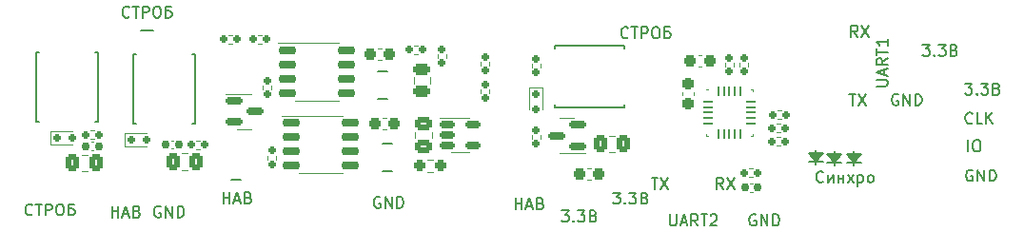
<source format=gbr>
%TF.GenerationSoftware,KiCad,Pcbnew,7.0.7*%
%TF.CreationDate,2024-03-02T18:47:46+03:00*%
%TF.ProjectId,Main_PCB_002,4d61696e-5f50-4434-925f-3030322e6b69,rev?*%
%TF.SameCoordinates,Original*%
%TF.FileFunction,Legend,Top*%
%TF.FilePolarity,Positive*%
%FSLAX46Y46*%
G04 Gerber Fmt 4.6, Leading zero omitted, Abs format (unit mm)*
G04 Created by KiCad (PCBNEW 7.0.7) date 2024-03-02 18:47:46*
%MOMM*%
%LPD*%
G01*
G04 APERTURE LIST*
G04 Aperture macros list*
%AMRoundRect*
0 Rectangle with rounded corners*
0 $1 Rounding radius*
0 $2 $3 $4 $5 $6 $7 $8 $9 X,Y pos of 4 corners*
0 Add a 4 corners polygon primitive as box body*
4,1,4,$2,$3,$4,$5,$6,$7,$8,$9,$2,$3,0*
0 Add four circle primitives for the rounded corners*
1,1,$1+$1,$2,$3*
1,1,$1+$1,$4,$5*
1,1,$1+$1,$6,$7*
1,1,$1+$1,$8,$9*
0 Add four rect primitives between the rounded corners*
20,1,$1+$1,$2,$3,$4,$5,0*
20,1,$1+$1,$4,$5,$6,$7,0*
20,1,$1+$1,$6,$7,$8,$9,0*
20,1,$1+$1,$8,$9,$2,$3,0*%
%AMFreePoly0*
4,1,14,0.230680,0.111820,0.364320,-0.021821,0.377500,-0.053642,0.377500,-0.080000,0.364320,-0.111820,0.332500,-0.125000,-0.332500,-0.125000,-0.364320,-0.111820,-0.377500,-0.080000,-0.377500,0.080000,-0.364320,0.111820,-0.332500,0.125000,0.198860,0.125000,0.230680,0.111820,0.230680,0.111820,$1*%
%AMFreePoly1*
4,1,14,0.364320,0.111820,0.377500,0.080000,0.377501,0.053640,0.364318,0.021819,0.230680,-0.111820,0.198860,-0.125000,-0.332500,-0.125000,-0.364320,-0.111820,-0.377500,-0.080000,-0.377500,0.080000,-0.364320,0.111820,-0.332500,0.125000,0.332500,0.125000,0.364320,0.111820,0.364320,0.111820,$1*%
%AMFreePoly2*
4,1,15,0.053642,0.377500,0.080000,0.377500,0.111820,0.364320,0.125000,0.332500,0.125000,-0.332500,0.111820,-0.364320,0.080000,-0.377500,-0.080000,-0.377500,-0.111820,-0.364320,-0.125000,-0.332500,-0.125000,0.198860,-0.111820,0.230680,0.021820,0.364320,0.053640,0.377501,0.053642,0.377500,0.053642,0.377500,$1*%
%AMFreePoly3*
4,1,14,-0.021820,0.364320,0.111820,0.230679,0.125001,0.198860,0.125000,-0.332500,0.111820,-0.364320,0.080000,-0.377500,-0.080000,-0.377500,-0.111820,-0.364320,-0.125000,-0.332500,-0.125000,0.332500,-0.111820,0.364320,-0.080000,0.377500,-0.053640,0.377500,-0.021820,0.364320,-0.021820,0.364320,$1*%
%AMFreePoly4*
4,1,14,0.364320,0.111820,0.377500,0.080000,0.377500,-0.080000,0.364320,-0.111820,0.332500,-0.125000,-0.198860,-0.125001,-0.230680,-0.111818,-0.364320,0.021820,-0.377500,0.053640,-0.377500,0.080000,-0.364320,0.111820,-0.332500,0.125000,0.332500,0.125000,0.364320,0.111820,0.364320,0.111820,$1*%
%AMFreePoly5*
4,1,15,-0.198858,0.125000,0.332500,0.125000,0.364320,0.111820,0.377500,0.080000,0.377500,-0.080000,0.364320,-0.111820,0.332500,-0.125000,-0.332500,-0.125000,-0.364320,-0.111820,-0.377500,-0.080000,-0.377500,-0.053640,-0.364320,-0.021820,-0.230680,0.111820,-0.198860,0.125001,-0.198858,0.125000,-0.198858,0.125000,$1*%
%AMFreePoly6*
4,1,14,0.111820,0.364320,0.125000,0.332500,0.125001,-0.198860,0.111818,-0.230680,-0.021820,-0.364320,-0.053640,-0.377500,-0.080000,-0.377500,-0.111820,-0.364320,-0.125000,-0.332500,-0.125000,0.332500,-0.111820,0.364320,-0.080000,0.377500,0.080000,0.377500,0.111820,0.364320,0.111820,0.364320,$1*%
%AMFreePoly7*
4,1,14,0.111820,0.364320,0.125000,0.332500,0.125000,-0.332500,0.111820,-0.364320,0.080000,-0.377500,0.053640,-0.377501,0.021819,-0.364318,-0.111820,-0.230680,-0.125000,-0.198860,-0.125000,0.332500,-0.111820,0.364320,-0.080000,0.377500,0.080000,0.377500,0.111820,0.364320,0.111820,0.364320,$1*%
G04 Aperture macros list end*
%ADD10C,0.150000*%
%ADD11C,0.120000*%
%ADD12C,0.152400*%
%ADD13R,0.939800X0.965200*%
%ADD14RoundRect,0.150000X-0.587500X-0.150000X0.587500X-0.150000X0.587500X0.150000X-0.587500X0.150000X0*%
%ADD15RoundRect,0.160000X0.197500X0.160000X-0.197500X0.160000X-0.197500X-0.160000X0.197500X-0.160000X0*%
%ADD16RoundRect,0.160000X-0.160000X0.197500X-0.160000X-0.197500X0.160000X-0.197500X0.160000X0.197500X0*%
%ADD17RoundRect,0.160000X0.160000X-0.197500X0.160000X0.197500X-0.160000X0.197500X-0.160000X-0.197500X0*%
%ADD18R,0.457200X1.016000*%
%ADD19RoundRect,0.250000X0.475000X-0.337500X0.475000X0.337500X-0.475000X0.337500X-0.475000X-0.337500X0*%
%ADD20RoundRect,0.155000X-0.212500X-0.155000X0.212500X-0.155000X0.212500X0.155000X-0.212500X0.155000X0*%
%ADD21C,1.600000*%
%ADD22RoundRect,0.150000X-0.650000X-0.150000X0.650000X-0.150000X0.650000X0.150000X-0.650000X0.150000X0*%
%ADD23R,2.410000X3.100000*%
%ADD24R,0.965200X0.939800*%
%ADD25RoundRect,0.250000X-0.337500X-0.475000X0.337500X-0.475000X0.337500X0.475000X-0.337500X0.475000X0*%
%ADD26RoundRect,0.150000X0.200000X-0.150000X0.200000X0.150000X-0.200000X0.150000X-0.200000X-0.150000X0*%
%ADD27RoundRect,0.250000X0.337500X0.475000X-0.337500X0.475000X-0.337500X-0.475000X0.337500X-0.475000X0*%
%ADD28R,0.965200X2.209800*%
%ADD29RoundRect,0.237500X0.300000X0.237500X-0.300000X0.237500X-0.300000X-0.237500X0.300000X-0.237500X0*%
%ADD30R,0.711200X0.444500*%
%ADD31RoundRect,0.150000X0.150000X0.200000X-0.150000X0.200000X-0.150000X-0.200000X0.150000X-0.200000X0*%
%ADD32RoundRect,0.160000X-0.197500X-0.160000X0.197500X-0.160000X0.197500X0.160000X-0.197500X0.160000X0*%
%ADD33R,1.016000X0.457200*%
%ADD34FreePoly0,0.000000*%
%ADD35RoundRect,0.062500X-0.375000X-0.062500X0.375000X-0.062500X0.375000X0.062500X-0.375000X0.062500X0*%
%ADD36FreePoly1,0.000000*%
%ADD37FreePoly2,0.000000*%
%ADD38RoundRect,0.062500X-0.062500X-0.375000X0.062500X-0.375000X0.062500X0.375000X-0.062500X0.375000X0*%
%ADD39FreePoly3,0.000000*%
%ADD40FreePoly4,0.000000*%
%ADD41FreePoly5,0.000000*%
%ADD42FreePoly6,0.000000*%
%ADD43FreePoly7,0.000000*%
%ADD44RoundRect,0.150000X-0.512500X-0.150000X0.512500X-0.150000X0.512500X0.150000X-0.512500X0.150000X0*%
%ADD45RoundRect,0.250000X-0.475000X0.250000X-0.475000X-0.250000X0.475000X-0.250000X0.475000X0.250000X0*%
%ADD46RoundRect,0.237500X0.250000X0.237500X-0.250000X0.237500X-0.250000X-0.237500X0.250000X-0.237500X0*%
%ADD47RoundRect,0.237500X-0.300000X-0.237500X0.300000X-0.237500X0.300000X0.237500X-0.300000X0.237500X0*%
%ADD48RoundRect,0.150000X0.587500X0.150000X-0.587500X0.150000X-0.587500X-0.150000X0.587500X-0.150000X0*%
%ADD49RoundRect,0.237500X0.237500X-0.300000X0.237500X0.300000X-0.237500X0.300000X-0.237500X-0.300000X0*%
G04 APERTURE END LIST*
D10*
X91008200Y-119888000D02*
X91871800Y-119888000D01*
X82981800Y-106603800D02*
X84074000Y-106603800D01*
X134791607Y-120723019D02*
X134458274Y-120246828D01*
X134220179Y-120723019D02*
X134220179Y-119723019D01*
X134220179Y-119723019D02*
X134601131Y-119723019D01*
X134601131Y-119723019D02*
X134696369Y-119770638D01*
X134696369Y-119770638D02*
X134743988Y-119818257D01*
X134743988Y-119818257D02*
X134791607Y-119913495D01*
X134791607Y-119913495D02*
X134791607Y-120056352D01*
X134791607Y-120056352D02*
X134743988Y-120151590D01*
X134743988Y-120151590D02*
X134696369Y-120199209D01*
X134696369Y-120199209D02*
X134601131Y-120246828D01*
X134601131Y-120246828D02*
X134220179Y-120246828D01*
X135124941Y-119723019D02*
X135791607Y-120723019D01*
X135791607Y-119723019D02*
X135124941Y-120723019D01*
X90328979Y-121993019D02*
X90328979Y-120993019D01*
X90328979Y-121469209D02*
X90900407Y-121469209D01*
X90900407Y-121993019D02*
X90900407Y-120993019D01*
X91328979Y-121707304D02*
X91805169Y-121707304D01*
X91233741Y-121993019D02*
X91567074Y-120993019D01*
X91567074Y-120993019D02*
X91900407Y-121993019D01*
X92567074Y-121469209D02*
X92709931Y-121516828D01*
X92709931Y-121516828D02*
X92757550Y-121564447D01*
X92757550Y-121564447D02*
X92805169Y-121659685D01*
X92805169Y-121659685D02*
X92805169Y-121802542D01*
X92805169Y-121802542D02*
X92757550Y-121897780D01*
X92757550Y-121897780D02*
X92709931Y-121945400D01*
X92709931Y-121945400D02*
X92614693Y-121993019D01*
X92614693Y-121993019D02*
X92233741Y-121993019D01*
X92233741Y-121993019D02*
X92233741Y-120993019D01*
X92233741Y-120993019D02*
X92567074Y-120993019D01*
X92567074Y-120993019D02*
X92662312Y-121040638D01*
X92662312Y-121040638D02*
X92709931Y-121088257D01*
X92709931Y-121088257D02*
X92757550Y-121183495D01*
X92757550Y-121183495D02*
X92757550Y-121278733D01*
X92757550Y-121278733D02*
X92709931Y-121373971D01*
X92709931Y-121373971D02*
X92662312Y-121421590D01*
X92662312Y-121421590D02*
X92567074Y-121469209D01*
X92567074Y-121469209D02*
X92233741Y-121469209D01*
X84731388Y-122285238D02*
X84636150Y-122237619D01*
X84636150Y-122237619D02*
X84493293Y-122237619D01*
X84493293Y-122237619D02*
X84350436Y-122285238D01*
X84350436Y-122285238D02*
X84255198Y-122380476D01*
X84255198Y-122380476D02*
X84207579Y-122475714D01*
X84207579Y-122475714D02*
X84159960Y-122666190D01*
X84159960Y-122666190D02*
X84159960Y-122809047D01*
X84159960Y-122809047D02*
X84207579Y-122999523D01*
X84207579Y-122999523D02*
X84255198Y-123094761D01*
X84255198Y-123094761D02*
X84350436Y-123190000D01*
X84350436Y-123190000D02*
X84493293Y-123237619D01*
X84493293Y-123237619D02*
X84588531Y-123237619D01*
X84588531Y-123237619D02*
X84731388Y-123190000D01*
X84731388Y-123190000D02*
X84779007Y-123142380D01*
X84779007Y-123142380D02*
X84779007Y-122809047D01*
X84779007Y-122809047D02*
X84588531Y-122809047D01*
X85207579Y-123237619D02*
X85207579Y-122237619D01*
X85207579Y-122237619D02*
X85779007Y-123237619D01*
X85779007Y-123237619D02*
X85779007Y-122237619D01*
X86255198Y-123237619D02*
X86255198Y-122237619D01*
X86255198Y-122237619D02*
X86493293Y-122237619D01*
X86493293Y-122237619D02*
X86636150Y-122285238D01*
X86636150Y-122285238D02*
X86731388Y-122380476D01*
X86731388Y-122380476D02*
X86779007Y-122475714D01*
X86779007Y-122475714D02*
X86826626Y-122666190D01*
X86826626Y-122666190D02*
X86826626Y-122809047D01*
X86826626Y-122809047D02*
X86779007Y-122999523D01*
X86779007Y-122999523D02*
X86731388Y-123094761D01*
X86731388Y-123094761D02*
X86636150Y-123190000D01*
X86636150Y-123190000D02*
X86493293Y-123237619D01*
X86493293Y-123237619D02*
X86255198Y-123237619D01*
X81959607Y-105362380D02*
X81911988Y-105410000D01*
X81911988Y-105410000D02*
X81769131Y-105457619D01*
X81769131Y-105457619D02*
X81673893Y-105457619D01*
X81673893Y-105457619D02*
X81531036Y-105410000D01*
X81531036Y-105410000D02*
X81435798Y-105314761D01*
X81435798Y-105314761D02*
X81388179Y-105219523D01*
X81388179Y-105219523D02*
X81340560Y-105029047D01*
X81340560Y-105029047D02*
X81340560Y-104886190D01*
X81340560Y-104886190D02*
X81388179Y-104695714D01*
X81388179Y-104695714D02*
X81435798Y-104600476D01*
X81435798Y-104600476D02*
X81531036Y-104505238D01*
X81531036Y-104505238D02*
X81673893Y-104457619D01*
X81673893Y-104457619D02*
X81769131Y-104457619D01*
X81769131Y-104457619D02*
X81911988Y-104505238D01*
X81911988Y-104505238D02*
X81959607Y-104552857D01*
X82245322Y-104457619D02*
X82816750Y-104457619D01*
X82531036Y-105457619D02*
X82531036Y-104457619D01*
X83150084Y-105457619D02*
X83150084Y-104457619D01*
X83150084Y-104457619D02*
X83531036Y-104457619D01*
X83531036Y-104457619D02*
X83626274Y-104505238D01*
X83626274Y-104505238D02*
X83673893Y-104552857D01*
X83673893Y-104552857D02*
X83721512Y-104648095D01*
X83721512Y-104648095D02*
X83721512Y-104790952D01*
X83721512Y-104790952D02*
X83673893Y-104886190D01*
X83673893Y-104886190D02*
X83626274Y-104933809D01*
X83626274Y-104933809D02*
X83531036Y-104981428D01*
X83531036Y-104981428D02*
X83150084Y-104981428D01*
X84340560Y-104457619D02*
X84531036Y-104457619D01*
X84531036Y-104457619D02*
X84626274Y-104505238D01*
X84626274Y-104505238D02*
X84721512Y-104600476D01*
X84721512Y-104600476D02*
X84769131Y-104790952D01*
X84769131Y-104790952D02*
X84769131Y-105124285D01*
X84769131Y-105124285D02*
X84721512Y-105314761D01*
X84721512Y-105314761D02*
X84626274Y-105410000D01*
X84626274Y-105410000D02*
X84531036Y-105457619D01*
X84531036Y-105457619D02*
X84340560Y-105457619D01*
X84340560Y-105457619D02*
X84245322Y-105410000D01*
X84245322Y-105410000D02*
X84150084Y-105314761D01*
X84150084Y-105314761D02*
X84102465Y-105124285D01*
X84102465Y-105124285D02*
X84102465Y-104790952D01*
X84102465Y-104790952D02*
X84150084Y-104600476D01*
X84150084Y-104600476D02*
X84245322Y-104505238D01*
X84245322Y-104505238D02*
X84340560Y-104457619D01*
X85673893Y-104457619D02*
X85197703Y-104457619D01*
X85197703Y-104457619D02*
X85197703Y-105457619D01*
X85197703Y-105457619D02*
X85483417Y-105457619D01*
X85483417Y-105457619D02*
X85626274Y-105410000D01*
X85626274Y-105410000D02*
X85721512Y-105314761D01*
X85721512Y-105314761D02*
X85769131Y-105219523D01*
X85769131Y-105219523D02*
X85769131Y-105076666D01*
X85769131Y-105076666D02*
X85721512Y-104981428D01*
X85721512Y-104981428D02*
X85626274Y-104886190D01*
X85626274Y-104886190D02*
X85483417Y-104838571D01*
X85483417Y-104838571D02*
X85197703Y-104838571D01*
X156968988Y-119059438D02*
X156873750Y-119011819D01*
X156873750Y-119011819D02*
X156730893Y-119011819D01*
X156730893Y-119011819D02*
X156588036Y-119059438D01*
X156588036Y-119059438D02*
X156492798Y-119154676D01*
X156492798Y-119154676D02*
X156445179Y-119249914D01*
X156445179Y-119249914D02*
X156397560Y-119440390D01*
X156397560Y-119440390D02*
X156397560Y-119583247D01*
X156397560Y-119583247D02*
X156445179Y-119773723D01*
X156445179Y-119773723D02*
X156492798Y-119868961D01*
X156492798Y-119868961D02*
X156588036Y-119964200D01*
X156588036Y-119964200D02*
X156730893Y-120011819D01*
X156730893Y-120011819D02*
X156826131Y-120011819D01*
X156826131Y-120011819D02*
X156968988Y-119964200D01*
X156968988Y-119964200D02*
X157016607Y-119916580D01*
X157016607Y-119916580D02*
X157016607Y-119583247D01*
X157016607Y-119583247D02*
X156826131Y-119583247D01*
X157445179Y-120011819D02*
X157445179Y-119011819D01*
X157445179Y-119011819D02*
X158016607Y-120011819D01*
X158016607Y-120011819D02*
X158016607Y-119011819D01*
X158492798Y-120011819D02*
X158492798Y-119011819D01*
X158492798Y-119011819D02*
X158730893Y-119011819D01*
X158730893Y-119011819D02*
X158873750Y-119059438D01*
X158873750Y-119059438D02*
X158968988Y-119154676D01*
X158968988Y-119154676D02*
X159016607Y-119249914D01*
X159016607Y-119249914D02*
X159064226Y-119440390D01*
X159064226Y-119440390D02*
X159064226Y-119583247D01*
X159064226Y-119583247D02*
X159016607Y-119773723D01*
X159016607Y-119773723D02*
X158968988Y-119868961D01*
X158968988Y-119868961D02*
X158873750Y-119964200D01*
X158873750Y-119964200D02*
X158730893Y-120011819D01*
X158730893Y-120011819D02*
X158492798Y-120011819D01*
X128413122Y-119723019D02*
X128984550Y-119723019D01*
X128698836Y-120723019D02*
X128698836Y-119723019D01*
X129222646Y-119723019D02*
X129889312Y-120723019D01*
X129889312Y-119723019D02*
X129222646Y-120723019D01*
X156324541Y-111315619D02*
X156943588Y-111315619D01*
X156943588Y-111315619D02*
X156610255Y-111696571D01*
X156610255Y-111696571D02*
X156753112Y-111696571D01*
X156753112Y-111696571D02*
X156848350Y-111744190D01*
X156848350Y-111744190D02*
X156895969Y-111791809D01*
X156895969Y-111791809D02*
X156943588Y-111887047D01*
X156943588Y-111887047D02*
X156943588Y-112125142D01*
X156943588Y-112125142D02*
X156895969Y-112220380D01*
X156895969Y-112220380D02*
X156848350Y-112268000D01*
X156848350Y-112268000D02*
X156753112Y-112315619D01*
X156753112Y-112315619D02*
X156467398Y-112315619D01*
X156467398Y-112315619D02*
X156372160Y-112268000D01*
X156372160Y-112268000D02*
X156324541Y-112220380D01*
X157372160Y-112220380D02*
X157419779Y-112268000D01*
X157419779Y-112268000D02*
X157372160Y-112315619D01*
X157372160Y-112315619D02*
X157324541Y-112268000D01*
X157324541Y-112268000D02*
X157372160Y-112220380D01*
X157372160Y-112220380D02*
X157372160Y-112315619D01*
X157753112Y-111315619D02*
X158372159Y-111315619D01*
X158372159Y-111315619D02*
X158038826Y-111696571D01*
X158038826Y-111696571D02*
X158181683Y-111696571D01*
X158181683Y-111696571D02*
X158276921Y-111744190D01*
X158276921Y-111744190D02*
X158324540Y-111791809D01*
X158324540Y-111791809D02*
X158372159Y-111887047D01*
X158372159Y-111887047D02*
X158372159Y-112125142D01*
X158372159Y-112125142D02*
X158324540Y-112220380D01*
X158324540Y-112220380D02*
X158276921Y-112268000D01*
X158276921Y-112268000D02*
X158181683Y-112315619D01*
X158181683Y-112315619D02*
X157895969Y-112315619D01*
X157895969Y-112315619D02*
X157800731Y-112268000D01*
X157800731Y-112268000D02*
X157753112Y-112220380D01*
X159134064Y-111791809D02*
X159276921Y-111839428D01*
X159276921Y-111839428D02*
X159324540Y-111887047D01*
X159324540Y-111887047D02*
X159372159Y-111982285D01*
X159372159Y-111982285D02*
X159372159Y-112125142D01*
X159372159Y-112125142D02*
X159324540Y-112220380D01*
X159324540Y-112220380D02*
X159276921Y-112268000D01*
X159276921Y-112268000D02*
X159181683Y-112315619D01*
X159181683Y-112315619D02*
X158800731Y-112315619D01*
X158800731Y-112315619D02*
X158800731Y-111315619D01*
X158800731Y-111315619D02*
X159134064Y-111315619D01*
X159134064Y-111315619D02*
X159229302Y-111363238D01*
X159229302Y-111363238D02*
X159276921Y-111410857D01*
X159276921Y-111410857D02*
X159324540Y-111506095D01*
X159324540Y-111506095D02*
X159324540Y-111601333D01*
X159324540Y-111601333D02*
X159276921Y-111696571D01*
X159276921Y-111696571D02*
X159229302Y-111744190D01*
X159229302Y-111744190D02*
X159134064Y-111791809D01*
X159134064Y-111791809D02*
X158800731Y-111791809D01*
X152539941Y-107861219D02*
X153158988Y-107861219D01*
X153158988Y-107861219D02*
X152825655Y-108242171D01*
X152825655Y-108242171D02*
X152968512Y-108242171D01*
X152968512Y-108242171D02*
X153063750Y-108289790D01*
X153063750Y-108289790D02*
X153111369Y-108337409D01*
X153111369Y-108337409D02*
X153158988Y-108432647D01*
X153158988Y-108432647D02*
X153158988Y-108670742D01*
X153158988Y-108670742D02*
X153111369Y-108765980D01*
X153111369Y-108765980D02*
X153063750Y-108813600D01*
X153063750Y-108813600D02*
X152968512Y-108861219D01*
X152968512Y-108861219D02*
X152682798Y-108861219D01*
X152682798Y-108861219D02*
X152587560Y-108813600D01*
X152587560Y-108813600D02*
X152539941Y-108765980D01*
X153587560Y-108765980D02*
X153635179Y-108813600D01*
X153635179Y-108813600D02*
X153587560Y-108861219D01*
X153587560Y-108861219D02*
X153539941Y-108813600D01*
X153539941Y-108813600D02*
X153587560Y-108765980D01*
X153587560Y-108765980D02*
X153587560Y-108861219D01*
X153968512Y-107861219D02*
X154587559Y-107861219D01*
X154587559Y-107861219D02*
X154254226Y-108242171D01*
X154254226Y-108242171D02*
X154397083Y-108242171D01*
X154397083Y-108242171D02*
X154492321Y-108289790D01*
X154492321Y-108289790D02*
X154539940Y-108337409D01*
X154539940Y-108337409D02*
X154587559Y-108432647D01*
X154587559Y-108432647D02*
X154587559Y-108670742D01*
X154587559Y-108670742D02*
X154539940Y-108765980D01*
X154539940Y-108765980D02*
X154492321Y-108813600D01*
X154492321Y-108813600D02*
X154397083Y-108861219D01*
X154397083Y-108861219D02*
X154111369Y-108861219D01*
X154111369Y-108861219D02*
X154016131Y-108813600D01*
X154016131Y-108813600D02*
X153968512Y-108765980D01*
X155349464Y-108337409D02*
X155492321Y-108385028D01*
X155492321Y-108385028D02*
X155539940Y-108432647D01*
X155539940Y-108432647D02*
X155587559Y-108527885D01*
X155587559Y-108527885D02*
X155587559Y-108670742D01*
X155587559Y-108670742D02*
X155539940Y-108765980D01*
X155539940Y-108765980D02*
X155492321Y-108813600D01*
X155492321Y-108813600D02*
X155397083Y-108861219D01*
X155397083Y-108861219D02*
X155016131Y-108861219D01*
X155016131Y-108861219D02*
X155016131Y-107861219D01*
X155016131Y-107861219D02*
X155349464Y-107861219D01*
X155349464Y-107861219D02*
X155444702Y-107908838D01*
X155444702Y-107908838D02*
X155492321Y-107956457D01*
X155492321Y-107956457D02*
X155539940Y-108051695D01*
X155539940Y-108051695D02*
X155539940Y-108146933D01*
X155539940Y-108146933D02*
X155492321Y-108242171D01*
X155492321Y-108242171D02*
X155444702Y-108289790D01*
X155444702Y-108289790D02*
X155349464Y-108337409D01*
X155349464Y-108337409D02*
X155016131Y-108337409D01*
X150364988Y-112303038D02*
X150269750Y-112255419D01*
X150269750Y-112255419D02*
X150126893Y-112255419D01*
X150126893Y-112255419D02*
X149984036Y-112303038D01*
X149984036Y-112303038D02*
X149888798Y-112398276D01*
X149888798Y-112398276D02*
X149841179Y-112493514D01*
X149841179Y-112493514D02*
X149793560Y-112683990D01*
X149793560Y-112683990D02*
X149793560Y-112826847D01*
X149793560Y-112826847D02*
X149841179Y-113017323D01*
X149841179Y-113017323D02*
X149888798Y-113112561D01*
X149888798Y-113112561D02*
X149984036Y-113207800D01*
X149984036Y-113207800D02*
X150126893Y-113255419D01*
X150126893Y-113255419D02*
X150222131Y-113255419D01*
X150222131Y-113255419D02*
X150364988Y-113207800D01*
X150364988Y-113207800D02*
X150412607Y-113160180D01*
X150412607Y-113160180D02*
X150412607Y-112826847D01*
X150412607Y-112826847D02*
X150222131Y-112826847D01*
X150841179Y-113255419D02*
X150841179Y-112255419D01*
X150841179Y-112255419D02*
X151412607Y-113255419D01*
X151412607Y-113255419D02*
X151412607Y-112255419D01*
X151888798Y-113255419D02*
X151888798Y-112255419D01*
X151888798Y-112255419D02*
X152126893Y-112255419D01*
X152126893Y-112255419D02*
X152269750Y-112303038D01*
X152269750Y-112303038D02*
X152364988Y-112398276D01*
X152364988Y-112398276D02*
X152412607Y-112493514D01*
X152412607Y-112493514D02*
X152460226Y-112683990D01*
X152460226Y-112683990D02*
X152460226Y-112826847D01*
X152460226Y-112826847D02*
X152412607Y-113017323D01*
X152412607Y-113017323D02*
X152364988Y-113112561D01*
X152364988Y-113112561D02*
X152269750Y-113207800D01*
X152269750Y-113207800D02*
X152126893Y-113255419D01*
X152126893Y-113255419D02*
X151888798Y-113255419D01*
X120434341Y-122618619D02*
X121053388Y-122618619D01*
X121053388Y-122618619D02*
X120720055Y-122999571D01*
X120720055Y-122999571D02*
X120862912Y-122999571D01*
X120862912Y-122999571D02*
X120958150Y-123047190D01*
X120958150Y-123047190D02*
X121005769Y-123094809D01*
X121005769Y-123094809D02*
X121053388Y-123190047D01*
X121053388Y-123190047D02*
X121053388Y-123428142D01*
X121053388Y-123428142D02*
X121005769Y-123523380D01*
X121005769Y-123523380D02*
X120958150Y-123571000D01*
X120958150Y-123571000D02*
X120862912Y-123618619D01*
X120862912Y-123618619D02*
X120577198Y-123618619D01*
X120577198Y-123618619D02*
X120481960Y-123571000D01*
X120481960Y-123571000D02*
X120434341Y-123523380D01*
X121481960Y-123523380D02*
X121529579Y-123571000D01*
X121529579Y-123571000D02*
X121481960Y-123618619D01*
X121481960Y-123618619D02*
X121434341Y-123571000D01*
X121434341Y-123571000D02*
X121481960Y-123523380D01*
X121481960Y-123523380D02*
X121481960Y-123618619D01*
X121862912Y-122618619D02*
X122481959Y-122618619D01*
X122481959Y-122618619D02*
X122148626Y-122999571D01*
X122148626Y-122999571D02*
X122291483Y-122999571D01*
X122291483Y-122999571D02*
X122386721Y-123047190D01*
X122386721Y-123047190D02*
X122434340Y-123094809D01*
X122434340Y-123094809D02*
X122481959Y-123190047D01*
X122481959Y-123190047D02*
X122481959Y-123428142D01*
X122481959Y-123428142D02*
X122434340Y-123523380D01*
X122434340Y-123523380D02*
X122386721Y-123571000D01*
X122386721Y-123571000D02*
X122291483Y-123618619D01*
X122291483Y-123618619D02*
X122005769Y-123618619D01*
X122005769Y-123618619D02*
X121910531Y-123571000D01*
X121910531Y-123571000D02*
X121862912Y-123523380D01*
X123243864Y-123094809D02*
X123386721Y-123142428D01*
X123386721Y-123142428D02*
X123434340Y-123190047D01*
X123434340Y-123190047D02*
X123481959Y-123285285D01*
X123481959Y-123285285D02*
X123481959Y-123428142D01*
X123481959Y-123428142D02*
X123434340Y-123523380D01*
X123434340Y-123523380D02*
X123386721Y-123571000D01*
X123386721Y-123571000D02*
X123291483Y-123618619D01*
X123291483Y-123618619D02*
X122910531Y-123618619D01*
X122910531Y-123618619D02*
X122910531Y-122618619D01*
X122910531Y-122618619D02*
X123243864Y-122618619D01*
X123243864Y-122618619D02*
X123339102Y-122666238D01*
X123339102Y-122666238D02*
X123386721Y-122713857D01*
X123386721Y-122713857D02*
X123434340Y-122809095D01*
X123434340Y-122809095D02*
X123434340Y-122904333D01*
X123434340Y-122904333D02*
X123386721Y-122999571D01*
X123386721Y-122999571D02*
X123339102Y-123047190D01*
X123339102Y-123047190D02*
X123243864Y-123094809D01*
X123243864Y-123094809D02*
X122910531Y-123094809D01*
X156597579Y-117370219D02*
X156597579Y-116370219D01*
X157264245Y-116370219D02*
X157454721Y-116370219D01*
X157454721Y-116370219D02*
X157549959Y-116417838D01*
X157549959Y-116417838D02*
X157645197Y-116513076D01*
X157645197Y-116513076D02*
X157692816Y-116703552D01*
X157692816Y-116703552D02*
X157692816Y-117036885D01*
X157692816Y-117036885D02*
X157645197Y-117227361D01*
X157645197Y-117227361D02*
X157549959Y-117322600D01*
X157549959Y-117322600D02*
X157454721Y-117370219D01*
X157454721Y-117370219D02*
X157264245Y-117370219D01*
X157264245Y-117370219D02*
X157169007Y-117322600D01*
X157169007Y-117322600D02*
X157073769Y-117227361D01*
X157073769Y-117227361D02*
X157026150Y-117036885D01*
X157026150Y-117036885D02*
X157026150Y-116703552D01*
X157026150Y-116703552D02*
X157073769Y-116513076D01*
X157073769Y-116513076D02*
X157169007Y-116417838D01*
X157169007Y-116417838D02*
X157264245Y-116370219D01*
X116313179Y-122501019D02*
X116313179Y-121501019D01*
X116313179Y-121977209D02*
X116884607Y-121977209D01*
X116884607Y-122501019D02*
X116884607Y-121501019D01*
X117313179Y-122215304D02*
X117789369Y-122215304D01*
X117217941Y-122501019D02*
X117551274Y-121501019D01*
X117551274Y-121501019D02*
X117884607Y-122501019D01*
X118551274Y-121977209D02*
X118694131Y-122024828D01*
X118694131Y-122024828D02*
X118741750Y-122072447D01*
X118741750Y-122072447D02*
X118789369Y-122167685D01*
X118789369Y-122167685D02*
X118789369Y-122310542D01*
X118789369Y-122310542D02*
X118741750Y-122405780D01*
X118741750Y-122405780D02*
X118694131Y-122453400D01*
X118694131Y-122453400D02*
X118598893Y-122501019D01*
X118598893Y-122501019D02*
X118217941Y-122501019D01*
X118217941Y-122501019D02*
X118217941Y-121501019D01*
X118217941Y-121501019D02*
X118551274Y-121501019D01*
X118551274Y-121501019D02*
X118646512Y-121548638D01*
X118646512Y-121548638D02*
X118694131Y-121596257D01*
X118694131Y-121596257D02*
X118741750Y-121691495D01*
X118741750Y-121691495D02*
X118741750Y-121786733D01*
X118741750Y-121786733D02*
X118694131Y-121881971D01*
X118694131Y-121881971D02*
X118646512Y-121929590D01*
X118646512Y-121929590D02*
X118551274Y-121977209D01*
X118551274Y-121977209D02*
X118217941Y-121977209D01*
X104263988Y-121447038D02*
X104168750Y-121399419D01*
X104168750Y-121399419D02*
X104025893Y-121399419D01*
X104025893Y-121399419D02*
X103883036Y-121447038D01*
X103883036Y-121447038D02*
X103787798Y-121542276D01*
X103787798Y-121542276D02*
X103740179Y-121637514D01*
X103740179Y-121637514D02*
X103692560Y-121827990D01*
X103692560Y-121827990D02*
X103692560Y-121970847D01*
X103692560Y-121970847D02*
X103740179Y-122161323D01*
X103740179Y-122161323D02*
X103787798Y-122256561D01*
X103787798Y-122256561D02*
X103883036Y-122351800D01*
X103883036Y-122351800D02*
X104025893Y-122399419D01*
X104025893Y-122399419D02*
X104121131Y-122399419D01*
X104121131Y-122399419D02*
X104263988Y-122351800D01*
X104263988Y-122351800D02*
X104311607Y-122304180D01*
X104311607Y-122304180D02*
X104311607Y-121970847D01*
X104311607Y-121970847D02*
X104121131Y-121970847D01*
X104740179Y-122399419D02*
X104740179Y-121399419D01*
X104740179Y-121399419D02*
X105311607Y-122399419D01*
X105311607Y-122399419D02*
X105311607Y-121399419D01*
X105787798Y-122399419D02*
X105787798Y-121399419D01*
X105787798Y-121399419D02*
X106025893Y-121399419D01*
X106025893Y-121399419D02*
X106168750Y-121447038D01*
X106168750Y-121447038D02*
X106263988Y-121542276D01*
X106263988Y-121542276D02*
X106311607Y-121637514D01*
X106311607Y-121637514D02*
X106359226Y-121827990D01*
X106359226Y-121827990D02*
X106359226Y-121970847D01*
X106359226Y-121970847D02*
X106311607Y-122161323D01*
X106311607Y-122161323D02*
X106263988Y-122256561D01*
X106263988Y-122256561D02*
X106168750Y-122351800D01*
X106168750Y-122351800D02*
X106025893Y-122399419D01*
X106025893Y-122399419D02*
X105787798Y-122399419D01*
X80422979Y-123237619D02*
X80422979Y-122237619D01*
X80422979Y-122713809D02*
X80994407Y-122713809D01*
X80994407Y-123237619D02*
X80994407Y-122237619D01*
X81422979Y-122951904D02*
X81899169Y-122951904D01*
X81327741Y-123237619D02*
X81661074Y-122237619D01*
X81661074Y-122237619D02*
X81994407Y-123237619D01*
X82661074Y-122713809D02*
X82803931Y-122761428D01*
X82803931Y-122761428D02*
X82851550Y-122809047D01*
X82851550Y-122809047D02*
X82899169Y-122904285D01*
X82899169Y-122904285D02*
X82899169Y-123047142D01*
X82899169Y-123047142D02*
X82851550Y-123142380D01*
X82851550Y-123142380D02*
X82803931Y-123190000D01*
X82803931Y-123190000D02*
X82708693Y-123237619D01*
X82708693Y-123237619D02*
X82327741Y-123237619D01*
X82327741Y-123237619D02*
X82327741Y-122237619D01*
X82327741Y-122237619D02*
X82661074Y-122237619D01*
X82661074Y-122237619D02*
X82756312Y-122285238D01*
X82756312Y-122285238D02*
X82803931Y-122332857D01*
X82803931Y-122332857D02*
X82851550Y-122428095D01*
X82851550Y-122428095D02*
X82851550Y-122523333D01*
X82851550Y-122523333D02*
X82803931Y-122618571D01*
X82803931Y-122618571D02*
X82756312Y-122666190D01*
X82756312Y-122666190D02*
X82661074Y-122713809D01*
X82661074Y-122713809D02*
X82327741Y-122713809D01*
X146755007Y-107159419D02*
X146421674Y-106683228D01*
X146183579Y-107159419D02*
X146183579Y-106159419D01*
X146183579Y-106159419D02*
X146564531Y-106159419D01*
X146564531Y-106159419D02*
X146659769Y-106207038D01*
X146659769Y-106207038D02*
X146707388Y-106254657D01*
X146707388Y-106254657D02*
X146755007Y-106349895D01*
X146755007Y-106349895D02*
X146755007Y-106492752D01*
X146755007Y-106492752D02*
X146707388Y-106587990D01*
X146707388Y-106587990D02*
X146659769Y-106635609D01*
X146659769Y-106635609D02*
X146564531Y-106683228D01*
X146564531Y-106683228D02*
X146183579Y-106683228D01*
X147088341Y-106159419D02*
X147755007Y-107159419D01*
X147755007Y-106159419D02*
X147088341Y-107159419D01*
X146015322Y-112306219D02*
X146586750Y-112306219D01*
X146301036Y-113306219D02*
X146301036Y-112306219D01*
X146824846Y-112306219D02*
X147491512Y-113306219D01*
X147491512Y-112306219D02*
X146824846Y-113306219D01*
X130054579Y-122974219D02*
X130054579Y-123783742D01*
X130054579Y-123783742D02*
X130102198Y-123878980D01*
X130102198Y-123878980D02*
X130149817Y-123926600D01*
X130149817Y-123926600D02*
X130245055Y-123974219D01*
X130245055Y-123974219D02*
X130435531Y-123974219D01*
X130435531Y-123974219D02*
X130530769Y-123926600D01*
X130530769Y-123926600D02*
X130578388Y-123878980D01*
X130578388Y-123878980D02*
X130626007Y-123783742D01*
X130626007Y-123783742D02*
X130626007Y-122974219D01*
X131054579Y-123688504D02*
X131530769Y-123688504D01*
X130959341Y-123974219D02*
X131292674Y-122974219D01*
X131292674Y-122974219D02*
X131626007Y-123974219D01*
X132530769Y-123974219D02*
X132197436Y-123498028D01*
X131959341Y-123974219D02*
X131959341Y-122974219D01*
X131959341Y-122974219D02*
X132340293Y-122974219D01*
X132340293Y-122974219D02*
X132435531Y-123021838D01*
X132435531Y-123021838D02*
X132483150Y-123069457D01*
X132483150Y-123069457D02*
X132530769Y-123164695D01*
X132530769Y-123164695D02*
X132530769Y-123307552D01*
X132530769Y-123307552D02*
X132483150Y-123402790D01*
X132483150Y-123402790D02*
X132435531Y-123450409D01*
X132435531Y-123450409D02*
X132340293Y-123498028D01*
X132340293Y-123498028D02*
X131959341Y-123498028D01*
X132816484Y-122974219D02*
X133387912Y-122974219D01*
X133102198Y-123974219D02*
X133102198Y-122974219D01*
X133673627Y-123069457D02*
X133721246Y-123021838D01*
X133721246Y-123021838D02*
X133816484Y-122974219D01*
X133816484Y-122974219D02*
X134054579Y-122974219D01*
X134054579Y-122974219D02*
X134149817Y-123021838D01*
X134149817Y-123021838D02*
X134197436Y-123069457D01*
X134197436Y-123069457D02*
X134245055Y-123164695D01*
X134245055Y-123164695D02*
X134245055Y-123259933D01*
X134245055Y-123259933D02*
X134197436Y-123402790D01*
X134197436Y-123402790D02*
X133626008Y-123974219D01*
X133626008Y-123974219D02*
X134245055Y-123974219D01*
X137690388Y-123021838D02*
X137595150Y-122974219D01*
X137595150Y-122974219D02*
X137452293Y-122974219D01*
X137452293Y-122974219D02*
X137309436Y-123021838D01*
X137309436Y-123021838D02*
X137214198Y-123117076D01*
X137214198Y-123117076D02*
X137166579Y-123212314D01*
X137166579Y-123212314D02*
X137118960Y-123402790D01*
X137118960Y-123402790D02*
X137118960Y-123545647D01*
X137118960Y-123545647D02*
X137166579Y-123736123D01*
X137166579Y-123736123D02*
X137214198Y-123831361D01*
X137214198Y-123831361D02*
X137309436Y-123926600D01*
X137309436Y-123926600D02*
X137452293Y-123974219D01*
X137452293Y-123974219D02*
X137547531Y-123974219D01*
X137547531Y-123974219D02*
X137690388Y-123926600D01*
X137690388Y-123926600D02*
X137738007Y-123878980D01*
X137738007Y-123878980D02*
X137738007Y-123545647D01*
X137738007Y-123545647D02*
X137547531Y-123545647D01*
X138166579Y-123974219D02*
X138166579Y-122974219D01*
X138166579Y-122974219D02*
X138738007Y-123974219D01*
X138738007Y-123974219D02*
X138738007Y-122974219D01*
X139214198Y-123974219D02*
X139214198Y-122974219D01*
X139214198Y-122974219D02*
X139452293Y-122974219D01*
X139452293Y-122974219D02*
X139595150Y-123021838D01*
X139595150Y-123021838D02*
X139690388Y-123117076D01*
X139690388Y-123117076D02*
X139738007Y-123212314D01*
X139738007Y-123212314D02*
X139785626Y-123402790D01*
X139785626Y-123402790D02*
X139785626Y-123545647D01*
X139785626Y-123545647D02*
X139738007Y-123736123D01*
X139738007Y-123736123D02*
X139690388Y-123831361D01*
X139690388Y-123831361D02*
X139595150Y-123926600D01*
X139595150Y-123926600D02*
X139452293Y-123974219D01*
X139452293Y-123974219D02*
X139214198Y-123974219D01*
X148425019Y-111550220D02*
X149234542Y-111550220D01*
X149234542Y-111550220D02*
X149329780Y-111502601D01*
X149329780Y-111502601D02*
X149377400Y-111454982D01*
X149377400Y-111454982D02*
X149425019Y-111359744D01*
X149425019Y-111359744D02*
X149425019Y-111169268D01*
X149425019Y-111169268D02*
X149377400Y-111074030D01*
X149377400Y-111074030D02*
X149329780Y-111026411D01*
X149329780Y-111026411D02*
X149234542Y-110978792D01*
X149234542Y-110978792D02*
X148425019Y-110978792D01*
X149139304Y-110550220D02*
X149139304Y-110074030D01*
X149425019Y-110645458D02*
X148425019Y-110312125D01*
X148425019Y-110312125D02*
X149425019Y-109978792D01*
X149425019Y-109074030D02*
X148948828Y-109407363D01*
X149425019Y-109645458D02*
X148425019Y-109645458D01*
X148425019Y-109645458D02*
X148425019Y-109264506D01*
X148425019Y-109264506D02*
X148472638Y-109169268D01*
X148472638Y-109169268D02*
X148520257Y-109121649D01*
X148520257Y-109121649D02*
X148615495Y-109074030D01*
X148615495Y-109074030D02*
X148758352Y-109074030D01*
X148758352Y-109074030D02*
X148853590Y-109121649D01*
X148853590Y-109121649D02*
X148901209Y-109169268D01*
X148901209Y-109169268D02*
X148948828Y-109264506D01*
X148948828Y-109264506D02*
X148948828Y-109645458D01*
X148425019Y-108788315D02*
X148425019Y-108216887D01*
X149425019Y-108502601D02*
X148425019Y-108502601D01*
X149425019Y-107359744D02*
X149425019Y-107931172D01*
X149425019Y-107645458D02*
X148425019Y-107645458D01*
X148425019Y-107645458D02*
X148567876Y-107740696D01*
X148567876Y-107740696D02*
X148663114Y-107835934D01*
X148663114Y-107835934D02*
X148710733Y-107931172D01*
X143681607Y-120043580D02*
X143633988Y-120091200D01*
X143633988Y-120091200D02*
X143491131Y-120138819D01*
X143491131Y-120138819D02*
X143395893Y-120138819D01*
X143395893Y-120138819D02*
X143253036Y-120091200D01*
X143253036Y-120091200D02*
X143157798Y-119995961D01*
X143157798Y-119995961D02*
X143110179Y-119900723D01*
X143110179Y-119900723D02*
X143062560Y-119710247D01*
X143062560Y-119710247D02*
X143062560Y-119567390D01*
X143062560Y-119567390D02*
X143110179Y-119376914D01*
X143110179Y-119376914D02*
X143157798Y-119281676D01*
X143157798Y-119281676D02*
X143253036Y-119186438D01*
X143253036Y-119186438D02*
X143395893Y-119138819D01*
X143395893Y-119138819D02*
X143491131Y-119138819D01*
X143491131Y-119138819D02*
X143633988Y-119186438D01*
X143633988Y-119186438D02*
X143681607Y-119234057D01*
X144110179Y-119472152D02*
X144110179Y-120138819D01*
X144110179Y-120138819D02*
X144586369Y-119472152D01*
X144586369Y-119472152D02*
X144586369Y-120138819D01*
X145062560Y-119805485D02*
X145491131Y-119805485D01*
X145062560Y-119472152D02*
X145062560Y-120138819D01*
X145491131Y-119472152D02*
X145491131Y-120138819D01*
X145872084Y-120138819D02*
X146395893Y-119472152D01*
X145872084Y-119472152D02*
X146395893Y-120138819D01*
X146776846Y-119472152D02*
X146776846Y-120472152D01*
X146776846Y-119519771D02*
X146872084Y-119472152D01*
X146872084Y-119472152D02*
X147062560Y-119472152D01*
X147062560Y-119472152D02*
X147157798Y-119519771D01*
X147157798Y-119519771D02*
X147205417Y-119567390D01*
X147205417Y-119567390D02*
X147253036Y-119662628D01*
X147253036Y-119662628D02*
X147253036Y-119948342D01*
X147253036Y-119948342D02*
X147205417Y-120043580D01*
X147205417Y-120043580D02*
X147157798Y-120091200D01*
X147157798Y-120091200D02*
X147062560Y-120138819D01*
X147062560Y-120138819D02*
X146872084Y-120138819D01*
X146872084Y-120138819D02*
X146776846Y-120091200D01*
X147824465Y-120138819D02*
X147729227Y-120091200D01*
X147729227Y-120091200D02*
X147681608Y-120043580D01*
X147681608Y-120043580D02*
X147633989Y-119948342D01*
X147633989Y-119948342D02*
X147633989Y-119662628D01*
X147633989Y-119662628D02*
X147681608Y-119567390D01*
X147681608Y-119567390D02*
X147729227Y-119519771D01*
X147729227Y-119519771D02*
X147824465Y-119472152D01*
X147824465Y-119472152D02*
X147967322Y-119472152D01*
X147967322Y-119472152D02*
X148062560Y-119519771D01*
X148062560Y-119519771D02*
X148110179Y-119567390D01*
X148110179Y-119567390D02*
X148157798Y-119662628D01*
X148157798Y-119662628D02*
X148157798Y-119948342D01*
X148157798Y-119948342D02*
X148110179Y-120043580D01*
X148110179Y-120043580D02*
X148062560Y-120091200D01*
X148062560Y-120091200D02*
X147967322Y-120138819D01*
X147967322Y-120138819D02*
X147824465Y-120138819D01*
X126333407Y-107191180D02*
X126285788Y-107238800D01*
X126285788Y-107238800D02*
X126142931Y-107286419D01*
X126142931Y-107286419D02*
X126047693Y-107286419D01*
X126047693Y-107286419D02*
X125904836Y-107238800D01*
X125904836Y-107238800D02*
X125809598Y-107143561D01*
X125809598Y-107143561D02*
X125761979Y-107048323D01*
X125761979Y-107048323D02*
X125714360Y-106857847D01*
X125714360Y-106857847D02*
X125714360Y-106714990D01*
X125714360Y-106714990D02*
X125761979Y-106524514D01*
X125761979Y-106524514D02*
X125809598Y-106429276D01*
X125809598Y-106429276D02*
X125904836Y-106334038D01*
X125904836Y-106334038D02*
X126047693Y-106286419D01*
X126047693Y-106286419D02*
X126142931Y-106286419D01*
X126142931Y-106286419D02*
X126285788Y-106334038D01*
X126285788Y-106334038D02*
X126333407Y-106381657D01*
X126619122Y-106286419D02*
X127190550Y-106286419D01*
X126904836Y-107286419D02*
X126904836Y-106286419D01*
X127523884Y-107286419D02*
X127523884Y-106286419D01*
X127523884Y-106286419D02*
X127904836Y-106286419D01*
X127904836Y-106286419D02*
X128000074Y-106334038D01*
X128000074Y-106334038D02*
X128047693Y-106381657D01*
X128047693Y-106381657D02*
X128095312Y-106476895D01*
X128095312Y-106476895D02*
X128095312Y-106619752D01*
X128095312Y-106619752D02*
X128047693Y-106714990D01*
X128047693Y-106714990D02*
X128000074Y-106762609D01*
X128000074Y-106762609D02*
X127904836Y-106810228D01*
X127904836Y-106810228D02*
X127523884Y-106810228D01*
X128714360Y-106286419D02*
X128904836Y-106286419D01*
X128904836Y-106286419D02*
X129000074Y-106334038D01*
X129000074Y-106334038D02*
X129095312Y-106429276D01*
X129095312Y-106429276D02*
X129142931Y-106619752D01*
X129142931Y-106619752D02*
X129142931Y-106953085D01*
X129142931Y-106953085D02*
X129095312Y-107143561D01*
X129095312Y-107143561D02*
X129000074Y-107238800D01*
X129000074Y-107238800D02*
X128904836Y-107286419D01*
X128904836Y-107286419D02*
X128714360Y-107286419D01*
X128714360Y-107286419D02*
X128619122Y-107238800D01*
X128619122Y-107238800D02*
X128523884Y-107143561D01*
X128523884Y-107143561D02*
X128476265Y-106953085D01*
X128476265Y-106953085D02*
X128476265Y-106619752D01*
X128476265Y-106619752D02*
X128523884Y-106429276D01*
X128523884Y-106429276D02*
X128619122Y-106334038D01*
X128619122Y-106334038D02*
X128714360Y-106286419D01*
X130047693Y-106286419D02*
X129571503Y-106286419D01*
X129571503Y-106286419D02*
X129571503Y-107286419D01*
X129571503Y-107286419D02*
X129857217Y-107286419D01*
X129857217Y-107286419D02*
X130000074Y-107238800D01*
X130000074Y-107238800D02*
X130095312Y-107143561D01*
X130095312Y-107143561D02*
X130142931Y-107048323D01*
X130142931Y-107048323D02*
X130142931Y-106905466D01*
X130142931Y-106905466D02*
X130095312Y-106810228D01*
X130095312Y-106810228D02*
X130000074Y-106714990D01*
X130000074Y-106714990D02*
X129857217Y-106667371D01*
X129857217Y-106667371D02*
X129571503Y-106667371D01*
X73323607Y-122964580D02*
X73275988Y-123012200D01*
X73275988Y-123012200D02*
X73133131Y-123059819D01*
X73133131Y-123059819D02*
X73037893Y-123059819D01*
X73037893Y-123059819D02*
X72895036Y-123012200D01*
X72895036Y-123012200D02*
X72799798Y-122916961D01*
X72799798Y-122916961D02*
X72752179Y-122821723D01*
X72752179Y-122821723D02*
X72704560Y-122631247D01*
X72704560Y-122631247D02*
X72704560Y-122488390D01*
X72704560Y-122488390D02*
X72752179Y-122297914D01*
X72752179Y-122297914D02*
X72799798Y-122202676D01*
X72799798Y-122202676D02*
X72895036Y-122107438D01*
X72895036Y-122107438D02*
X73037893Y-122059819D01*
X73037893Y-122059819D02*
X73133131Y-122059819D01*
X73133131Y-122059819D02*
X73275988Y-122107438D01*
X73275988Y-122107438D02*
X73323607Y-122155057D01*
X73609322Y-122059819D02*
X74180750Y-122059819D01*
X73895036Y-123059819D02*
X73895036Y-122059819D01*
X74514084Y-123059819D02*
X74514084Y-122059819D01*
X74514084Y-122059819D02*
X74895036Y-122059819D01*
X74895036Y-122059819D02*
X74990274Y-122107438D01*
X74990274Y-122107438D02*
X75037893Y-122155057D01*
X75037893Y-122155057D02*
X75085512Y-122250295D01*
X75085512Y-122250295D02*
X75085512Y-122393152D01*
X75085512Y-122393152D02*
X75037893Y-122488390D01*
X75037893Y-122488390D02*
X74990274Y-122536009D01*
X74990274Y-122536009D02*
X74895036Y-122583628D01*
X74895036Y-122583628D02*
X74514084Y-122583628D01*
X75704560Y-122059819D02*
X75895036Y-122059819D01*
X75895036Y-122059819D02*
X75990274Y-122107438D01*
X75990274Y-122107438D02*
X76085512Y-122202676D01*
X76085512Y-122202676D02*
X76133131Y-122393152D01*
X76133131Y-122393152D02*
X76133131Y-122726485D01*
X76133131Y-122726485D02*
X76085512Y-122916961D01*
X76085512Y-122916961D02*
X75990274Y-123012200D01*
X75990274Y-123012200D02*
X75895036Y-123059819D01*
X75895036Y-123059819D02*
X75704560Y-123059819D01*
X75704560Y-123059819D02*
X75609322Y-123012200D01*
X75609322Y-123012200D02*
X75514084Y-122916961D01*
X75514084Y-122916961D02*
X75466465Y-122726485D01*
X75466465Y-122726485D02*
X75466465Y-122393152D01*
X75466465Y-122393152D02*
X75514084Y-122202676D01*
X75514084Y-122202676D02*
X75609322Y-122107438D01*
X75609322Y-122107438D02*
X75704560Y-122059819D01*
X77037893Y-122059819D02*
X76561703Y-122059819D01*
X76561703Y-122059819D02*
X76561703Y-123059819D01*
X76561703Y-123059819D02*
X76847417Y-123059819D01*
X76847417Y-123059819D02*
X76990274Y-123012200D01*
X76990274Y-123012200D02*
X77085512Y-122916961D01*
X77085512Y-122916961D02*
X77133131Y-122821723D01*
X77133131Y-122821723D02*
X77133131Y-122678866D01*
X77133131Y-122678866D02*
X77085512Y-122583628D01*
X77085512Y-122583628D02*
X76990274Y-122488390D01*
X76990274Y-122488390D02*
X76847417Y-122440771D01*
X76847417Y-122440771D02*
X76561703Y-122440771D01*
X125006341Y-121043819D02*
X125625388Y-121043819D01*
X125625388Y-121043819D02*
X125292055Y-121424771D01*
X125292055Y-121424771D02*
X125434912Y-121424771D01*
X125434912Y-121424771D02*
X125530150Y-121472390D01*
X125530150Y-121472390D02*
X125577769Y-121520009D01*
X125577769Y-121520009D02*
X125625388Y-121615247D01*
X125625388Y-121615247D02*
X125625388Y-121853342D01*
X125625388Y-121853342D02*
X125577769Y-121948580D01*
X125577769Y-121948580D02*
X125530150Y-121996200D01*
X125530150Y-121996200D02*
X125434912Y-122043819D01*
X125434912Y-122043819D02*
X125149198Y-122043819D01*
X125149198Y-122043819D02*
X125053960Y-121996200D01*
X125053960Y-121996200D02*
X125006341Y-121948580D01*
X126053960Y-121948580D02*
X126101579Y-121996200D01*
X126101579Y-121996200D02*
X126053960Y-122043819D01*
X126053960Y-122043819D02*
X126006341Y-121996200D01*
X126006341Y-121996200D02*
X126053960Y-121948580D01*
X126053960Y-121948580D02*
X126053960Y-122043819D01*
X126434912Y-121043819D02*
X127053959Y-121043819D01*
X127053959Y-121043819D02*
X126720626Y-121424771D01*
X126720626Y-121424771D02*
X126863483Y-121424771D01*
X126863483Y-121424771D02*
X126958721Y-121472390D01*
X126958721Y-121472390D02*
X127006340Y-121520009D01*
X127006340Y-121520009D02*
X127053959Y-121615247D01*
X127053959Y-121615247D02*
X127053959Y-121853342D01*
X127053959Y-121853342D02*
X127006340Y-121948580D01*
X127006340Y-121948580D02*
X126958721Y-121996200D01*
X126958721Y-121996200D02*
X126863483Y-122043819D01*
X126863483Y-122043819D02*
X126577769Y-122043819D01*
X126577769Y-122043819D02*
X126482531Y-121996200D01*
X126482531Y-121996200D02*
X126434912Y-121948580D01*
X127815864Y-121520009D02*
X127958721Y-121567628D01*
X127958721Y-121567628D02*
X128006340Y-121615247D01*
X128006340Y-121615247D02*
X128053959Y-121710485D01*
X128053959Y-121710485D02*
X128053959Y-121853342D01*
X128053959Y-121853342D02*
X128006340Y-121948580D01*
X128006340Y-121948580D02*
X127958721Y-121996200D01*
X127958721Y-121996200D02*
X127863483Y-122043819D01*
X127863483Y-122043819D02*
X127482531Y-122043819D01*
X127482531Y-122043819D02*
X127482531Y-121043819D01*
X127482531Y-121043819D02*
X127815864Y-121043819D01*
X127815864Y-121043819D02*
X127911102Y-121091438D01*
X127911102Y-121091438D02*
X127958721Y-121139057D01*
X127958721Y-121139057D02*
X128006340Y-121234295D01*
X128006340Y-121234295D02*
X128006340Y-121329533D01*
X128006340Y-121329533D02*
X127958721Y-121424771D01*
X127958721Y-121424771D02*
X127911102Y-121472390D01*
X127911102Y-121472390D02*
X127815864Y-121520009D01*
X127815864Y-121520009D02*
X127482531Y-121520009D01*
X156965807Y-114811180D02*
X156918188Y-114858800D01*
X156918188Y-114858800D02*
X156775331Y-114906419D01*
X156775331Y-114906419D02*
X156680093Y-114906419D01*
X156680093Y-114906419D02*
X156537236Y-114858800D01*
X156537236Y-114858800D02*
X156441998Y-114763561D01*
X156441998Y-114763561D02*
X156394379Y-114668323D01*
X156394379Y-114668323D02*
X156346760Y-114477847D01*
X156346760Y-114477847D02*
X156346760Y-114334990D01*
X156346760Y-114334990D02*
X156394379Y-114144514D01*
X156394379Y-114144514D02*
X156441998Y-114049276D01*
X156441998Y-114049276D02*
X156537236Y-113954038D01*
X156537236Y-113954038D02*
X156680093Y-113906419D01*
X156680093Y-113906419D02*
X156775331Y-113906419D01*
X156775331Y-113906419D02*
X156918188Y-113954038D01*
X156918188Y-113954038D02*
X156965807Y-114001657D01*
X157870569Y-114906419D02*
X157394379Y-114906419D01*
X157394379Y-114906419D02*
X157394379Y-113906419D01*
X158203903Y-114906419D02*
X158203903Y-113906419D01*
X158775331Y-114906419D02*
X158346760Y-114334990D01*
X158775331Y-113906419D02*
X158203903Y-114477847D01*
D11*
%TO.C,D20*%
X92200000Y-112240000D02*
X90525000Y-112240000D01*
X92200000Y-112240000D02*
X92850000Y-112240000D01*
X92200000Y-115360000D02*
X91550000Y-115360000D01*
X92200000Y-115360000D02*
X92850000Y-115360000D01*
%TO.C,R10*%
X78841021Y-116280000D02*
X78505779Y-116280000D01*
X78841021Y-115520000D02*
X78505779Y-115520000D01*
%TO.C,R12*%
X94624975Y-111534954D02*
X94624975Y-111870196D01*
X93864975Y-111534954D02*
X93864975Y-111870196D01*
%TO.C,R8*%
X117757500Y-116205121D02*
X117757500Y-115869879D01*
X118517500Y-116205121D02*
X118517500Y-115869879D01*
D12*
%TO.C,U7*%
X82281200Y-114873400D02*
X82596160Y-114873400D01*
X87528840Y-114873400D02*
X87843800Y-114873400D01*
X87843800Y-114873400D02*
X87843800Y-108726600D01*
X82281200Y-108726600D02*
X82281200Y-114873400D01*
X82596160Y-108726600D02*
X82281200Y-108726600D01*
X87843800Y-108726600D02*
X87528840Y-108726600D01*
D11*
%TO.C,C15*%
X107415000Y-116161252D02*
X107415000Y-115638748D01*
X108885000Y-116161252D02*
X108885000Y-115638748D01*
%TO.C,C13*%
X137196565Y-120239200D02*
X137428235Y-120239200D01*
X137196565Y-120959200D02*
X137428235Y-120959200D01*
%TO.C,U3*%
X98644975Y-107705075D02*
X95194975Y-107705075D01*
X98644975Y-107705075D02*
X100594975Y-107705075D01*
X98644975Y-112825075D02*
X96694975Y-112825075D01*
X98644975Y-112825075D02*
X100594975Y-112825075D01*
%TO.C,R16*%
X91111721Y-107771200D02*
X90776479Y-107771200D01*
X91111721Y-107011200D02*
X90776479Y-107011200D01*
%TO.C,R22*%
X95030000Y-117732379D02*
X95030000Y-118067621D01*
X94270000Y-117732379D02*
X94270000Y-118067621D01*
D12*
%TO.C,U4*%
X73642100Y-114723400D02*
X73957060Y-114723400D01*
X78889740Y-114723400D02*
X79204700Y-114723400D01*
X79204700Y-114723400D02*
X79204700Y-108576600D01*
X73642100Y-108576600D02*
X73642100Y-114723400D01*
X73957060Y-108576600D02*
X73642100Y-108576600D01*
X79204700Y-108576600D02*
X78889740Y-108576600D01*
D11*
%TO.C,C1*%
X86606748Y-117527400D02*
X87129252Y-117527400D01*
X86606748Y-118997400D02*
X87129252Y-118997400D01*
%TO.C,D6*%
X118737500Y-111690000D02*
X117537500Y-111690000D01*
X118737500Y-113650000D02*
X118737500Y-111690000D01*
X117537500Y-113650000D02*
X117537500Y-111690000D01*
%TO.C,R30*%
X139918421Y-115670600D02*
X139583179Y-115670600D01*
X139918421Y-114910600D02*
X139583179Y-114910600D01*
%TO.C,C3*%
X125148752Y-117435000D02*
X124626248Y-117435000D01*
X125148752Y-115965000D02*
X124626248Y-115965000D01*
D12*
%TO.C,L2*%
X104954825Y-110258175D02*
X104096725Y-110258175D01*
X104096725Y-112721975D02*
X104954825Y-112721975D01*
D11*
%TO.C,C8*%
X104391242Y-109250075D02*
X104098708Y-109250075D01*
X104391242Y-108230075D02*
X104098708Y-108230075D01*
%TO.C,C7*%
X78557565Y-116540000D02*
X78789235Y-116540000D01*
X78557565Y-117260000D02*
X78789235Y-117260000D01*
%TO.C,R19*%
X113220000Y-112167621D02*
X113220000Y-111832379D01*
X113980000Y-112167621D02*
X113980000Y-111832379D01*
%TO.C,R3*%
X134972500Y-109832621D02*
X134972500Y-109497379D01*
X135732500Y-109832621D02*
X135732500Y-109497379D01*
%TO.C,C12*%
X85676665Y-116378400D02*
X85908335Y-116378400D01*
X85676665Y-117098400D02*
X85908335Y-117098400D01*
D12*
%TO.C,LED3*%
X142392400Y-118300500D02*
X143662400Y-118300500D01*
X143027400Y-118300500D02*
X142392400Y-117538500D01*
X143027400Y-118300500D02*
X142519400Y-117538500D01*
X143027400Y-118300500D02*
X142646400Y-117538500D01*
X143027400Y-118300500D02*
X142773400Y-117538500D01*
X143027400Y-118300500D02*
X142900400Y-117538500D01*
X143027400Y-118300500D02*
X143154400Y-117538500D01*
X143027400Y-118300500D02*
X143281400Y-117538500D01*
X143027400Y-118300500D02*
X143408400Y-117538500D01*
X143027400Y-118300500D02*
X143535400Y-117538500D01*
X143027400Y-118300500D02*
X143662400Y-117538500D01*
X142392400Y-117538500D02*
X143662400Y-117538500D01*
X143027400Y-117284500D02*
X143027400Y-118554500D01*
D11*
%TO.C,D14*%
X81552500Y-115700000D02*
X81552500Y-116900000D01*
X83512500Y-115700000D02*
X81552500Y-115700000D01*
X83512500Y-116900000D02*
X81552500Y-116900000D01*
%TO.C,R13*%
X109364975Y-109055196D02*
X109364975Y-108719954D01*
X110124975Y-109055196D02*
X110124975Y-108719954D01*
%TO.C,D5*%
X74950900Y-115550000D02*
X74950900Y-116750000D01*
X76910900Y-115550000D02*
X74950900Y-115550000D01*
X76910900Y-116750000D02*
X74950900Y-116750000D01*
%TO.C,R29*%
X139943821Y-114476800D02*
X139608579Y-114476800D01*
X139943821Y-113716800D02*
X139608579Y-113716800D01*
%TO.C,R20*%
X87907479Y-116383800D02*
X88242721Y-116383800D01*
X87907479Y-117143800D02*
X88242721Y-117143800D01*
D12*
%TO.C,U5*%
X119814100Y-107918700D02*
X119814100Y-108233660D01*
X119814100Y-113166340D02*
X119814100Y-113481300D01*
X119814100Y-113481300D02*
X125960900Y-113481300D01*
X125960900Y-107918700D02*
X119814100Y-107918700D01*
X125960900Y-108233660D02*
X125960900Y-107918700D01*
X125960900Y-113481300D02*
X125960900Y-113166340D01*
D11*
%TO.C,R31*%
X139893021Y-116864400D02*
X139557779Y-116864400D01*
X139893021Y-116104400D02*
X139557779Y-116104400D01*
%TO.C,U6*%
X133240000Y-116022500D02*
X133240000Y-115797500D01*
X133465000Y-111802500D02*
X133240000Y-111802500D01*
X133465000Y-116022500D02*
X133240000Y-116022500D01*
X137235000Y-111802500D02*
X137460000Y-111802500D01*
X137235000Y-116022500D02*
X137460000Y-116022500D01*
X137460000Y-111802500D02*
X137460000Y-112027500D01*
X137460000Y-116022500D02*
X137460000Y-115797500D01*
%TO.C,R14*%
X107662596Y-108670075D02*
X107327354Y-108670075D01*
X107662596Y-107910075D02*
X107327354Y-107910075D01*
%TO.C,C14*%
X104796267Y-115410000D02*
X104503733Y-115410000D01*
X104796267Y-114390000D02*
X104503733Y-114390000D01*
%TO.C,R11*%
X117757500Y-109867621D02*
X117757500Y-109532379D01*
X118517500Y-109867621D02*
X118517500Y-109532379D01*
%TO.C,U1*%
X111400000Y-114340000D02*
X109600000Y-114340000D01*
X111400000Y-114340000D02*
X112200000Y-114340000D01*
X111400000Y-117460000D02*
X110600000Y-117460000D01*
X111400000Y-117460000D02*
X112200000Y-117460000D01*
%TO.C,R18*%
X113220000Y-109720121D02*
X113220000Y-109384879D01*
X113980000Y-109720121D02*
X113980000Y-109384879D01*
%TO.C,U8*%
X99000000Y-114185000D02*
X95550000Y-114185000D01*
X99000000Y-114185000D02*
X100950000Y-114185000D01*
X99000000Y-119305000D02*
X97050000Y-119305000D01*
X99000000Y-119305000D02*
X100950000Y-119305000D01*
D12*
%TO.C,L3*%
X105359850Y-116668100D02*
X104501750Y-116668100D01*
X104501750Y-119131900D02*
X105359850Y-119131900D01*
%TO.C,LED1*%
X145796000Y-118351300D02*
X147066000Y-118351300D01*
X146431000Y-118351300D02*
X145796000Y-117589300D01*
X146431000Y-118351300D02*
X145923000Y-117589300D01*
X146431000Y-118351300D02*
X146050000Y-117589300D01*
X146431000Y-118351300D02*
X146177000Y-117589300D01*
X146431000Y-118351300D02*
X146304000Y-117589300D01*
X146431000Y-118351300D02*
X146558000Y-117589300D01*
X146431000Y-118351300D02*
X146685000Y-117589300D01*
X146431000Y-118351300D02*
X146812000Y-117589300D01*
X146431000Y-118351300D02*
X146939000Y-117589300D01*
X146431000Y-118351300D02*
X147066000Y-117589300D01*
X145796000Y-117589300D02*
X147066000Y-117589300D01*
X146431000Y-117335300D02*
X146431000Y-118605300D01*
D11*
%TO.C,C9*%
X108729975Y-110778823D02*
X108729975Y-111301327D01*
X107259975Y-110778823D02*
X107259975Y-111301327D01*
D12*
%TO.C,LED2*%
X144068800Y-118325900D02*
X145338800Y-118325900D01*
X144703800Y-118325900D02*
X144068800Y-117563900D01*
X144703800Y-118325900D02*
X144195800Y-117563900D01*
X144703800Y-118325900D02*
X144322800Y-117563900D01*
X144703800Y-118325900D02*
X144449800Y-117563900D01*
X144703800Y-118325900D02*
X144576800Y-117563900D01*
X144703800Y-118325900D02*
X144830800Y-117563900D01*
X144703800Y-118325900D02*
X144957800Y-117563900D01*
X144703800Y-118325900D02*
X145084800Y-117563900D01*
X144703800Y-118325900D02*
X145211800Y-117563900D01*
X144703800Y-118325900D02*
X145338800Y-117563900D01*
X144068800Y-117563900D02*
X145338800Y-117563900D01*
X144703800Y-117309900D02*
X144703800Y-118579900D01*
D11*
%TO.C,R17*%
X93714221Y-107771200D02*
X93378979Y-107771200D01*
X93714221Y-107011200D02*
X93378979Y-107011200D01*
%TO.C,R1*%
X108992224Y-119172500D02*
X108482776Y-119172500D01*
X108992224Y-118127500D02*
X108482776Y-118127500D01*
%TO.C,C4*%
X122738933Y-118895400D02*
X123031467Y-118895400D01*
X122738933Y-119915400D02*
X123031467Y-119915400D01*
%TO.C,Q1*%
X120887500Y-117510000D02*
X122562500Y-117510000D01*
X120887500Y-117510000D02*
X120237500Y-117510000D01*
X120887500Y-114390000D02*
X121537500Y-114390000D01*
X120887500Y-114390000D02*
X120237500Y-114390000D01*
%TO.C,C10*%
X132594133Y-108786200D02*
X132886667Y-108786200D01*
X132594133Y-109806200D02*
X132886667Y-109806200D01*
%TO.C,C2*%
X77699648Y-117665000D02*
X78222152Y-117665000D01*
X77699648Y-119135000D02*
X78222152Y-119135000D01*
%TO.C,R2*%
X136272500Y-109832621D02*
X136272500Y-109497379D01*
X137032500Y-109832621D02*
X137032500Y-109497379D01*
%TO.C,R21*%
X137107279Y-118870000D02*
X137442521Y-118870000D01*
X137107279Y-119630000D02*
X137442521Y-119630000D01*
%TO.C,C11*%
X131163600Y-112363467D02*
X131163600Y-112070933D01*
X132183600Y-112363467D02*
X132183600Y-112070933D01*
%TD*%
%LPC*%
%TO.C,U7*%
G36*
X87221500Y-112943000D02*
G01*
X82903500Y-112943000D01*
X82903500Y-109387000D01*
X87221500Y-109387000D01*
X87221500Y-112943000D01*
G37*
%TO.C,U4*%
G36*
X78582400Y-112793000D02*
G01*
X74264400Y-112793000D01*
X74264400Y-109237000D01*
X78582400Y-109237000D01*
X78582400Y-112793000D01*
G37*
%TO.C,U5*%
G36*
X125300500Y-112859000D02*
G01*
X121744500Y-112859000D01*
X121744500Y-108541000D01*
X125300500Y-108541000D01*
X125300500Y-112859000D01*
G37*
%TD*%
D13*
%TO.C,R5*%
X73960900Y-117898600D03*
X73960900Y-116400000D03*
%TD*%
D14*
%TO.C,D20*%
X91262500Y-112850000D03*
X91262500Y-114750000D03*
X93137500Y-113800000D03*
%TD*%
D15*
%TO.C,R10*%
X79270900Y-115900000D03*
X78075900Y-115900000D03*
%TD*%
D16*
%TO.C,R12*%
X94244975Y-111105075D03*
X94244975Y-112300075D03*
%TD*%
D17*
%TO.C,R8*%
X118137500Y-116635000D03*
X118137500Y-115440000D03*
%TD*%
D18*
%TO.C,U7*%
X83157500Y-114721000D03*
X84427500Y-114721000D03*
X85697500Y-114721000D03*
X86967500Y-114721000D03*
X86967500Y-108879000D03*
X85697500Y-108879000D03*
X84427500Y-108879000D03*
X83157500Y-108879000D03*
%TD*%
D19*
%TO.C,C15*%
X108150000Y-116937500D03*
X108150000Y-114862500D03*
%TD*%
D20*
%TO.C,C13*%
X136744900Y-120599200D03*
X137879900Y-120599200D03*
%TD*%
D21*
%TO.C,D2*%
X114985800Y-121869200D03*
%TD*%
D22*
%TO.C,U3*%
X95994975Y-108360075D03*
X95994975Y-109630075D03*
X95994975Y-110900075D03*
X95994975Y-112170075D03*
X101294975Y-112170075D03*
X101294975Y-110900075D03*
X101294975Y-109630075D03*
X101294975Y-108360075D03*
D23*
X98644975Y-110265075D03*
%TD*%
D15*
%TO.C,R16*%
X91541600Y-107391200D03*
X90346600Y-107391200D03*
%TD*%
D21*
%TO.C,D7*%
X128219200Y-108839000D03*
%TD*%
D16*
%TO.C,R22*%
X94650000Y-117302500D03*
X94650000Y-118497500D03*
%TD*%
D18*
%TO.C,U4*%
X74518400Y-114571000D03*
X75788400Y-114571000D03*
X77058400Y-114571000D03*
X78328400Y-114571000D03*
X78328400Y-108729000D03*
X77058400Y-108729000D03*
X75788400Y-108729000D03*
X74518400Y-108729000D03*
%TD*%
D24*
%TO.C,R25*%
X142550000Y-108400000D03*
X144048600Y-108400000D03*
%TD*%
D25*
%TO.C,C1*%
X85830500Y-118262400D03*
X87905500Y-118262400D03*
%TD*%
D26*
%TO.C,D6*%
X118137500Y-112250000D03*
X118137500Y-113650000D03*
%TD*%
D15*
%TO.C,R30*%
X140348300Y-115290600D03*
X139153300Y-115290600D03*
%TD*%
D27*
%TO.C,C3*%
X125925000Y-116700000D03*
X123850000Y-116700000D03*
%TD*%
D21*
%TO.C,D1*%
X146799300Y-108400000D03*
%TD*%
D28*
%TO.C,L2*%
X105744975Y-111490075D03*
X103306575Y-111490075D03*
%TD*%
D29*
%TO.C,C8*%
X105107475Y-108740075D03*
X103382475Y-108740075D03*
%TD*%
D24*
%TO.C,R23*%
X149339300Y-116408200D03*
X150837900Y-116408200D03*
%TD*%
%TO.C,R7*%
X141033500Y-119532400D03*
X139534900Y-119532400D03*
%TD*%
D21*
%TO.C,D26*%
X154940000Y-111760000D03*
%TD*%
D20*
%TO.C,C7*%
X78105900Y-116900000D03*
X79240900Y-116900000D03*
%TD*%
D17*
%TO.C,R19*%
X113600000Y-112597500D03*
X113600000Y-111402500D03*
%TD*%
D21*
%TO.C,D4*%
X85450000Y-121000000D03*
%TD*%
D24*
%TO.C,R4*%
X82313200Y-118050000D03*
X83811800Y-118050000D03*
%TD*%
D17*
%TO.C,R3*%
X135352500Y-110262500D03*
X135352500Y-109067500D03*
%TD*%
D21*
%TO.C,D28*%
X151130000Y-108331000D03*
%TD*%
D20*
%TO.C,C12*%
X85225000Y-116738400D03*
X86360000Y-116738400D03*
%TD*%
D30*
%TO.C,LED3*%
X143027400Y-116046250D03*
X143027400Y-114890550D03*
%TD*%
D31*
%TO.C,D14*%
X82112500Y-116300000D03*
X83512500Y-116300000D03*
%TD*%
D17*
%TO.C,R13*%
X109744975Y-109485075D03*
X109744975Y-108290075D03*
%TD*%
D31*
%TO.C,D5*%
X75510900Y-116150000D03*
X76910900Y-116150000D03*
%TD*%
D15*
%TO.C,R29*%
X140373700Y-114096800D03*
X139178700Y-114096800D03*
%TD*%
D21*
%TO.C,D12*%
X82300000Y-121050000D03*
%TD*%
D32*
%TO.C,R20*%
X87477600Y-116763800D03*
X88672600Y-116763800D03*
%TD*%
D33*
%TO.C,U5*%
X119966500Y-108795000D03*
X119966500Y-110065000D03*
X119966500Y-111335000D03*
X119966500Y-112605000D03*
X125808500Y-112605000D03*
X125808500Y-111335000D03*
X125808500Y-110065000D03*
X125808500Y-108795000D03*
%TD*%
D15*
%TO.C,R31*%
X140322900Y-116484400D03*
X139127900Y-116484400D03*
%TD*%
D21*
%TO.C,D22*%
X92950000Y-119850000D03*
%TD*%
%TO.C,D24*%
X85250000Y-106600000D03*
%TD*%
D34*
%TO.C,U6*%
X133352500Y-112412500D03*
D35*
X133412500Y-112912500D03*
X133412500Y-113412500D03*
X133412500Y-113912500D03*
X133412500Y-114412500D03*
X133412500Y-114912500D03*
D36*
X133352500Y-115412500D03*
D37*
X133850000Y-115910000D03*
D38*
X134350000Y-115850000D03*
X134850000Y-115850000D03*
X135350000Y-115850000D03*
X135850000Y-115850000D03*
X136350000Y-115850000D03*
D39*
X136850000Y-115910000D03*
D40*
X137347500Y-115412500D03*
D35*
X137287500Y-114912500D03*
X137287500Y-114412500D03*
X137287500Y-113912500D03*
X137287500Y-113412500D03*
X137287500Y-112912500D03*
D41*
X137347500Y-112412500D03*
D42*
X136850000Y-111915000D03*
D38*
X136350000Y-111975000D03*
X135850000Y-111975000D03*
X135350000Y-111975000D03*
X134850000Y-111975000D03*
X134350000Y-111975000D03*
D43*
X133850000Y-111915000D03*
%TD*%
D21*
%TO.C,D13*%
X142570200Y-121361200D03*
%TD*%
D15*
%TO.C,R14*%
X108092475Y-108290075D03*
X106897475Y-108290075D03*
%TD*%
D21*
%TO.C,D3*%
X75050000Y-120950000D03*
%TD*%
D29*
%TO.C,C14*%
X105512500Y-114900000D03*
X103787500Y-114900000D03*
%TD*%
D24*
%TO.C,R28*%
X118402100Y-120142000D03*
X119900700Y-120142000D03*
%TD*%
D21*
%TO.C,D27*%
X128193800Y-123190000D03*
%TD*%
D17*
%TO.C,R11*%
X118137500Y-110297500D03*
X118137500Y-109102500D03*
%TD*%
D24*
%TO.C,R6*%
X111401400Y-118650000D03*
X112900000Y-118650000D03*
%TD*%
D44*
%TO.C,U1*%
X110262500Y-114950000D03*
X110262500Y-115900000D03*
X110262500Y-116850000D03*
X112537500Y-116850000D03*
X112537500Y-114950000D03*
%TD*%
D17*
%TO.C,R18*%
X113600000Y-110150000D03*
X113600000Y-108955000D03*
%TD*%
D21*
%TO.C,D21*%
X146827000Y-111000000D03*
%TD*%
D13*
%TO.C,R15*%
X133200000Y-118051400D03*
X133200000Y-119550000D03*
%TD*%
D21*
%TO.C,D30*%
X135813800Y-123240800D03*
%TD*%
%TO.C,D16*%
X110312200Y-121869200D03*
%TD*%
D22*
%TO.C,U8*%
X96350000Y-114840000D03*
X96350000Y-116110000D03*
X96350000Y-117380000D03*
X96350000Y-118650000D03*
X101650000Y-118650000D03*
X101650000Y-117380000D03*
X101650000Y-116110000D03*
X101650000Y-114840000D03*
D23*
X99000000Y-116745000D03*
%TD*%
D21*
%TO.C,D17*%
X107619800Y-121920000D03*
%TD*%
D24*
%TO.C,R26*%
X142328400Y-111000000D03*
X143827000Y-111000000D03*
%TD*%
D21*
%TO.C,D11*%
X133200000Y-121500000D03*
%TD*%
D28*
%TO.C,L3*%
X106150000Y-117900000D03*
X103711600Y-117900000D03*
%TD*%
D21*
%TO.C,D10*%
X130900000Y-121550000D03*
%TD*%
%TO.C,D29*%
X151155400Y-111023400D03*
%TD*%
D30*
%TO.C,LED1*%
X146431000Y-116097050D03*
X146431000Y-114941350D03*
%TD*%
D24*
%TO.C,R27*%
X124409200Y-114950000D03*
X125907800Y-114950000D03*
%TD*%
D45*
%TO.C,C9*%
X107994975Y-110090075D03*
X107994975Y-111990075D03*
%TD*%
D24*
%TO.C,R24*%
X149350700Y-114742900D03*
X150849300Y-114742900D03*
%TD*%
D30*
%TO.C,LED2*%
X144703800Y-116071650D03*
X144703800Y-114915950D03*
%TD*%
D15*
%TO.C,R17*%
X94144100Y-107391200D03*
X92949100Y-107391200D03*
%TD*%
D21*
%TO.C,D8*%
X154940000Y-116840000D03*
%TD*%
D46*
%TO.C,R1*%
X109650000Y-118650000D03*
X107825000Y-118650000D03*
%TD*%
D47*
%TO.C,C4*%
X122022700Y-119405400D03*
X123747700Y-119405400D03*
%TD*%
D21*
%TO.C,D25*%
X81900000Y-106650000D03*
%TD*%
%TO.C,D18*%
X154940000Y-119380000D03*
%TD*%
%TO.C,D19*%
X122021600Y-121361200D03*
%TD*%
D48*
%TO.C,Q1*%
X121825000Y-116900000D03*
X121825000Y-115000000D03*
X119950000Y-115950000D03*
%TD*%
D47*
%TO.C,C10*%
X131877900Y-109296200D03*
X133602900Y-109296200D03*
%TD*%
D13*
%TO.C,R9*%
X130900000Y-118050700D03*
X130900000Y-119549300D03*
%TD*%
D25*
%TO.C,C2*%
X76923400Y-118400000D03*
X78998400Y-118400000D03*
%TD*%
D17*
%TO.C,R2*%
X136652500Y-110262500D03*
X136652500Y-109067500D03*
%TD*%
D32*
%TO.C,R21*%
X136677400Y-119250000D03*
X137872400Y-119250000D03*
%TD*%
D21*
%TO.C,D9*%
X154940000Y-114300000D03*
%TD*%
%TO.C,D15*%
X112369600Y-121869200D03*
%TD*%
%TO.C,D23*%
X89950000Y-119900000D03*
%TD*%
D49*
%TO.C,C11*%
X131673600Y-113079700D03*
X131673600Y-111354700D03*
%TD*%
%LPD*%
M02*

</source>
